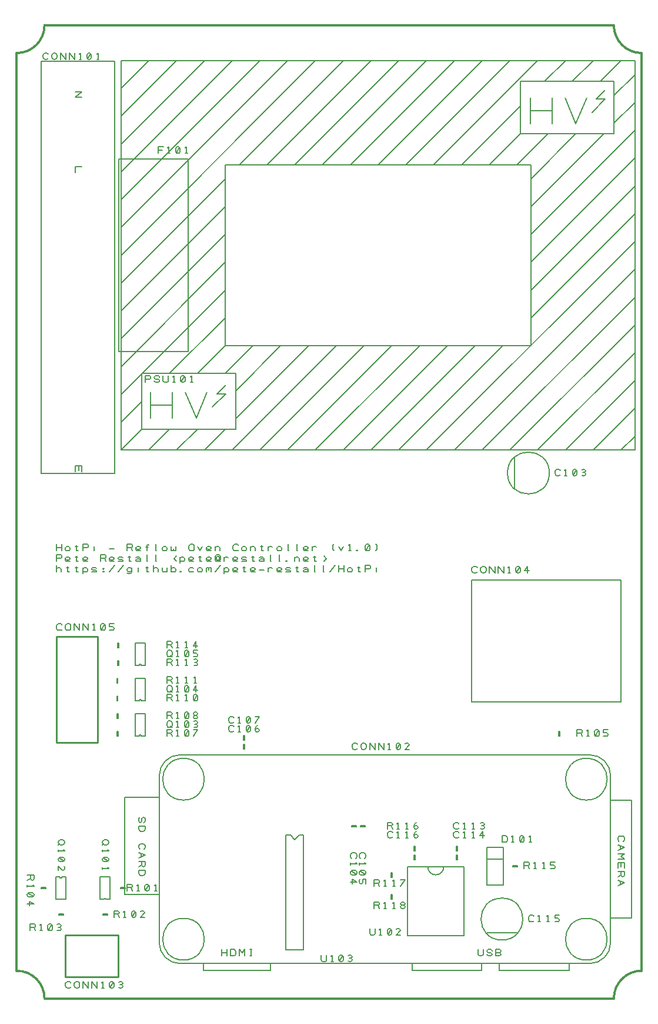
<source format=gbr>
G04 EasyPC Gerber Version 20.0.2 Build 4112 *
%FSLAX35Y35*%
%MOIN*%
%ADD10C,0.00500*%
%ADD125C,0.00787*%
%ADD12C,0.01000*%
%ADD109C,0.01200*%
X0Y0D02*
D02*
D10*
X6585Y70600D02*
X10335D01*
Y68413*
X10023Y67787*
X9398Y67475*
X8773Y67787*
X8461Y68413*
Y70600*
Y68413D02*
X6585Y67475D01*
Y64975D02*
Y63725D01*
Y64350D02*
X10335D01*
X9711Y64975*
X6898Y60287D02*
X6585Y59663D01*
Y59037*
X6898Y58413*
X7523Y58100*
X9398*
X10023Y58413*
X10335Y59037*
Y59663*
X10023Y60287*
X9398Y60600*
X7523*
X6898Y60287*
X10023Y58413*
X6585Y54037D02*
X10335D01*
X7835Y55600*
Y53100*
X8148Y39037D02*
Y42787D01*
X10335*
X10961Y42475*
X11273Y41850*
X10961Y41225*
X10335Y40913*
X8148*
X10335D02*
X11273Y39037D01*
X13773D02*
X15023D01*
X14398D02*
Y42787D01*
X13773Y42163*
X18461Y39350D02*
X19085Y39037D01*
X19711*
X20335Y39350*
X20648Y39975*
Y41850*
X20335Y42475*
X19711Y42787*
X19085*
X18461Y42475*
X18148Y41850*
Y39975*
X18461Y39350*
X20335Y42475*
X23461Y39350D02*
X24085Y39037D01*
X24711*
X25335Y39350*
X25648Y39975*
X25335Y40600*
X24711Y40913*
X24085*
X24711D02*
X25335Y41225D01*
X25648Y41850*
X25335Y42475*
X24711Y42787*
X24085*
X23461Y42475*
X14348Y63400D02*
X16948D01*
Y62800*
X14348*
Y63400*
G36*
X16948*
Y62800*
X14348*
Y63400*
G37*
X18498Y532812D02*
X18185Y532500D01*
X17560Y532187*
X16622*
X15998Y532500*
X15685Y532812*
X15372Y533437*
Y534687*
X15685Y535312*
X15998Y535625*
X16622Y535937*
X17560*
X18185Y535625*
X18498Y535312*
X20372Y533437D02*
Y534687D01*
X20685Y535312*
X20998Y535625*
X21622Y535937*
X22248*
X22872Y535625*
X23185Y535312*
X23498Y534687*
Y533437*
X23185Y532812*
X22872Y532500*
X22248Y532187*
X21622*
X20998Y532500*
X20685Y532812*
X20372Y533437*
X25372Y532187D02*
Y535937D01*
X28498Y532187*
Y535937*
X30372Y532187D02*
Y535937D01*
X33498Y532187*
Y535937*
X35998Y532187D02*
X37248D01*
X36622D02*
Y535937D01*
X35998Y535312*
X40685Y532500D02*
X41310Y532187D01*
X41935*
X42560Y532500*
X42872Y533125*
Y535000*
X42560Y535625*
X41935Y535937*
X41310*
X40685Y535625*
X40372Y535000*
Y533125*
X40685Y532500*
X42560Y535625*
X45998Y532187D02*
X47248D01*
X46622D02*
Y535937D01*
X45998Y535312*
X25335Y90600D02*
X26585D01*
X27211Y90287*
X27523Y89975*
X27835Y89350*
Y88725*
X27523Y88100*
X27211Y87787*
X26585Y87475*
X25335*
X24711Y87787*
X24398Y88100*
X24085Y88725*
Y89350*
X24398Y89975*
X24711Y90287*
X25335Y90600*
X25023Y88413D02*
X24085Y87475D01*
Y84975D02*
Y83725D01*
Y84350D02*
X27835D01*
X27211Y84975*
X24398Y80287D02*
X24085Y79663D01*
Y79037*
X24398Y78413*
X25023Y78100*
X26898*
X27523Y78413*
X27835Y79037*
Y79663*
X27523Y80287*
X26898Y80600*
X25023*
X24398Y80287*
X27523Y78413*
X24085Y73100D02*
Y75600D01*
X26273Y73413*
X26898Y73100*
X27523Y73413*
X27835Y74037*
Y74975*
X27523Y75600*
X26273Y209663D02*
X25961Y209350D01*
X25335Y209037*
X24398*
X23773Y209350*
X23461Y209663*
X23148Y210287*
Y211537*
X23461Y212163*
X23773Y212475*
X24398Y212787*
X25335*
X25961Y212475*
X26273Y212163*
X28148Y210287D02*
Y211537D01*
X28461Y212163*
X28773Y212475*
X29398Y212787*
X30023*
X30648Y212475*
X30961Y212163*
X31273Y211537*
Y210287*
X30961Y209663*
X30648Y209350*
X30023Y209037*
X29398*
X28773Y209350*
X28461Y209663*
X28148Y210287*
X33148Y209037D02*
Y212787D01*
X36273Y209037*
Y212787*
X38148Y209037D02*
Y212787D01*
X41273Y209037*
Y212787*
X43773Y209037D02*
X45023D01*
X44398D02*
Y212787D01*
X43773Y212163*
X48461Y209350D02*
X49085Y209037D01*
X49711*
X50335Y209350*
X50648Y209975*
Y211850*
X50335Y212475*
X49711Y212787*
X49085*
X48461Y212475*
X48148Y211850*
Y209975*
X48461Y209350*
X50335Y212475*
X53148Y209350D02*
X53773Y209037D01*
X54711*
X55335Y209350*
X55648Y209975*
Y210287*
X55335Y210913*
X54711Y211225*
X53148*
Y212787*
X55648*
X23148Y254037D02*
Y257787D01*
Y255913D02*
X26273D01*
Y254037D02*
Y257787D01*
X28148Y254975D02*
X28461Y254350D01*
X29085Y254037*
X29711*
X30335Y254350*
X30648Y254975*
Y255600*
X30335Y256225*
X29711Y256537*
X29085*
X28461Y256225*
X28148Y255600*
Y254975*
X33773Y256537D02*
X35023D01*
X34398Y257163D02*
Y254350D01*
X34711Y254037*
X35023*
X35335Y254350*
X38148Y254037D02*
Y257787D01*
X40335*
X40961Y257475*
X41273Y256850*
X40961Y256225*
X40335Y255913*
X38148*
X44398Y254037D02*
Y256537D01*
Y257475D02*
X53148Y255287*
X55648D01*
X63148Y254037D02*
Y257787D01*
X65335*
X65961Y257475*
X66273Y256850*
X65961Y256225*
X65335Y255913*
X63148*
X65335D02*
X66273Y254037D01*
X70648Y254350D02*
X70335Y254037D01*
X69711*
X69085*
X68461Y254350*
X68148Y254975*
Y255913*
X68461Y256225*
X69085Y256537*
X69711*
X70335Y256225*
X70648Y255913*
Y255600*
X70335Y255287*
X69711Y254975*
X69085*
X68461Y255287*
X68148Y255600*
X74398Y254037D02*
Y257163D01*
X74711Y257475*
X75023*
X75335Y257163*
X73773Y256225D02*
X75023D01*
X79711Y254037D02*
X79398D01*
Y257787*
X83148Y254975D02*
X83461Y254350D01*
X84085Y254037*
X84711*
X85335Y254350*
X85648Y254975*
Y255600*
X85335Y256225*
X84711Y256537*
X84085*
X83461Y256225*
X83148Y255600*
Y254975*
X88148Y256537D02*
Y254350D01*
X88461Y254037*
X89085*
X89398Y254350*
Y255287*
Y254350D02*
X89711Y254037D01*
X90335*
X90648Y254350*
Y256537*
X98148Y255287D02*
Y256537D01*
X98461Y257163*
X98773Y257475*
X99398Y257787*
X100023*
X100648Y257475*
X100961Y257163*
X101273Y256537*
Y255287*
X100961Y254663*
X100648Y254350*
X100023Y254037*
X99398*
X98773Y254350*
X98461Y254663*
X98148Y255287*
X103148Y256537D02*
X104398Y254037D01*
X105648Y256537*
X110648Y254350D02*
X110335Y254037D01*
X109711*
X109085*
X108461Y254350*
X108148Y254975*
Y255913*
X108461Y256225*
X109085Y256537*
X109711*
X110335Y256225*
X110648Y255913*
Y255600*
X110335Y255287*
X109711Y254975*
X109085*
X108461Y255287*
X108148Y255600*
X113148Y254037D02*
Y256537D01*
Y255600D02*
X113461Y256225D01*
X114085Y256537*
X114711*
X115335Y256225*
X115648Y255600*
Y254037*
X126273Y254663D02*
X125961Y254350D01*
X125335Y254037*
X124398*
X123773Y254350*
X123461Y254663*
X123148Y255287*
Y256537*
X123461Y257163*
X123773Y257475*
X124398Y257787*
X125335*
X125961Y257475*
X126273Y257163*
X128148Y254975D02*
X128461Y254350D01*
X129085Y254037*
X129711*
X130335Y254350*
X130648Y254975*
Y255600*
X130335Y256225*
X129711Y256537*
X129085*
X128461Y256225*
X128148Y255600*
Y254975*
X133148Y254037D02*
Y256537D01*
Y255600D02*
X133461Y256225D01*
X134085Y256537*
X134711*
X135335Y256225*
X135648Y255600*
Y254037*
X138773Y256537D02*
X140023D01*
X139398Y257163D02*
Y254350D01*
X139711Y254037*
X140023*
X140335Y254350*
X143148Y254037D02*
Y256537D01*
Y255600D02*
X143461Y256225D01*
X144085Y256537*
X144711*
X145335Y256225*
X148148Y254975D02*
X148461Y254350D01*
X149085Y254037*
X149711*
X150335Y254350*
X150648Y254975*
Y255600*
X150335Y256225*
X149711Y256537*
X149085*
X148461Y256225*
X148148Y255600*
Y254975*
X154711Y254037D02*
X154398D01*
Y257787*
X159711Y254037D02*
X159398D01*
Y257787*
X165648Y254350D02*
X165335Y254037D01*
X164711*
X164085*
X163461Y254350*
X163148Y254975*
Y255913*
X163461Y256225*
X164085Y256537*
X164711*
X165335Y256225*
X165648Y255913*
Y255600*
X165335Y255287*
X164711Y254975*
X164085*
X163461Y255287*
X163148Y255600*
X168148Y254037D02*
Y256537D01*
Y255600D02*
X168461Y256225D01*
X169085Y256537*
X169711*
X170335Y256225*
X180335Y254037D02*
X179711Y254975D01*
Y257163*
X180335Y257787*
X183148Y256537D02*
X184398Y254037D01*
X185648Y256537*
X188773Y254037D02*
X190023D01*
X189398D02*
Y257787D01*
X188773Y257163*
X193461Y254037D02*
X193773Y254350D01*
X193461Y254663*
X193148Y254350*
X193461Y254037*
X198461Y254350D02*
X199085Y254037D01*
X199711*
X200335Y254350*
X200648Y254975*
Y256850*
X200335Y257475*
X199711Y257787*
X199085*
X198461Y257475*
X198148Y256850*
Y254975*
X198461Y254350*
X200335Y257475*
X204085Y254037D02*
X204711Y254975D01*
Y257163*
X204085Y257787*
X23148Y248037D02*
Y251787D01*
X25335*
X25961Y251475*
X26273Y250850*
X25961Y250225*
X25335Y249913*
X23148*
X30648Y248350D02*
X30335Y248037D01*
X29711*
X29085*
X28461Y248350*
X28148Y248975*
Y249913*
X28461Y250225*
X29085Y250537*
X29711*
X30335Y250225*
X30648Y249913*
Y249600*
X30335Y249287*
X29711Y248975*
X29085*
X28461Y249287*
X28148Y249600*
X33773Y250537D02*
X35023D01*
X34398Y251163D02*
Y248350D01*
X34711Y248037*
X35023*
X35335Y248350*
X40648D02*
X40335Y248037D01*
X39711*
X39085*
X38461Y248350*
X38148Y248975*
Y249913*
X38461Y250225*
X39085Y250537*
X39711*
X40335Y250225*
X40648Y249913*
Y249600*
X40335Y249287*
X39711Y248975*
X39085*
X38461Y249287*
X38148Y249600*
X48148Y248037D02*
Y251787D01*
X50335*
X50961Y251475*
X51273Y250850*
X50961Y250225*
X50335Y249913*
X48148*
X50335D02*
X51273Y248037D01*
X55648Y248350D02*
X55335Y248037D01*
X54711*
X54085*
X53461Y248350*
X53148Y248975*
Y249913*
X53461Y250225*
X54085Y250537*
X54711*
X55335Y250225*
X55648Y249913*
Y249600*
X55335Y249287*
X54711Y248975*
X54085*
X53461Y249287*
X53148Y249600*
X58148Y248350D02*
X58773Y248037D01*
X60023*
X60648Y248350*
Y248975*
X60023Y249287*
X58773*
X58148Y249600*
Y250225*
X58773Y250537*
X60023*
X60648Y250225*
X63773Y250537D02*
X65023D01*
X64398Y251163D02*
Y248350D01*
X64711Y248037*
X65023*
X65335Y248350*
X68148Y250225D02*
X68773Y250537D01*
X69711*
X70335Y250225*
X70648Y249600*
Y248663*
X70335Y248350*
X69711Y248037*
X69085*
X68461Y248350*
X68148Y248663*
Y248975*
X68461Y249287*
X69085Y249600*
X69711*
X70335Y249287*
X70648Y248975*
Y248663D02*
Y248037D01*
X74711D02*
X74398D01*
Y251787*
X79711Y248037D02*
X79398D01*
Y251787*
X91273Y248037D02*
X89711Y249600D01*
X91273Y251163*
X93148Y250537D02*
Y247100D01*
Y248975D02*
X93461Y248350D01*
X94085Y248037*
X94711*
X95335Y248350*
X95648Y248975*
Y249600*
X95335Y250225*
X94711Y250537*
X94085*
X93461Y250225*
X93148Y249600*
Y248975*
X100648Y248350D02*
X100335Y248037D01*
X99711*
X99085*
X98461Y248350*
X98148Y248975*
Y249913*
X98461Y250225*
X99085Y250537*
X99711*
X100335Y250225*
X100648Y249913*
Y249600*
X100335Y249287*
X99711Y248975*
X99085*
X98461Y249287*
X98148Y249600*
X103773Y250537D02*
X105023D01*
X104398Y251163D02*
Y248350D01*
X104711Y248037*
X105023*
X105335Y248350*
X110648D02*
X110335Y248037D01*
X109711*
X109085*
X108461Y248350*
X108148Y248975*
Y249913*
X108461Y250225*
X109085Y250537*
X109711*
X110335Y250225*
X110648Y249913*
Y249600*
X110335Y249287*
X109711Y248975*
X109085*
X108461Y249287*
X108148Y249600*
X115961Y248350D02*
X115335Y248037D01*
X114085*
X113461Y248350*
X113148Y248975*
Y250850*
X113461Y251475*
X114085Y251787*
X115023*
X115648Y251475*
X115961Y250850*
Y249287*
X115648Y248975*
X115335Y249287*
Y250537*
X115023Y250850*
X114085*
X113773Y250537*
Y249287*
X114085Y248975*
X115023*
X115335Y249287*
X118148Y248037D02*
Y250537D01*
Y249600D02*
X118461Y250225D01*
X119085Y250537*
X119711*
X120335Y250225*
X125648Y248350D02*
X125335Y248037D01*
X124711*
X124085*
X123461Y248350*
X123148Y248975*
Y249913*
X123461Y250225*
X124085Y250537*
X124711*
X125335Y250225*
X125648Y249913*
Y249600*
X125335Y249287*
X124711Y248975*
X124085*
X123461Y249287*
X123148Y249600*
X128148Y248350D02*
X128773Y248037D01*
X130023*
X130648Y248350*
Y248975*
X130023Y249287*
X128773*
X128148Y249600*
Y250225*
X128773Y250537*
X130023*
X130648Y250225*
X133773Y250537D02*
X135023D01*
X134398Y251163D02*
Y248350D01*
X134711Y248037*
X135023*
X135335Y248350*
X138148Y250225D02*
X138773Y250537D01*
X139711*
X140335Y250225*
X140648Y249600*
Y248663*
X140335Y248350*
X139711Y248037*
X139085*
X138461Y248350*
X138148Y248663*
Y248975*
X138461Y249287*
X139085Y249600*
X139711*
X140335Y249287*
X140648Y248975*
Y248663D02*
Y248037D01*
X144711D02*
X144398D01*
Y251787*
X149711Y248037D02*
X149398D01*
Y251787*
X153461Y248037D02*
X153773Y248350D01*
X153461Y248663*
X153148Y248350*
X153461Y248037*
X158148D02*
Y250537D01*
Y249600D02*
X158461Y250225D01*
X159085Y250537*
X159711*
X160335Y250225*
X160648Y249600*
Y248037*
X165648Y248350D02*
X165335Y248037D01*
X164711*
X164085*
X163461Y248350*
X163148Y248975*
Y249913*
X163461Y250225*
X164085Y250537*
X164711*
X165335Y250225*
X165648Y249913*
Y249600*
X165335Y249287*
X164711Y248975*
X164085*
X163461Y249287*
X163148Y249600*
X168773Y250537D02*
X170023D01*
X169398Y251163D02*
Y248350D01*
X169711Y248037*
X170023*
X170335Y248350*
X174711Y248037D02*
X176273Y249600D01*
X174711Y251163*
X23148Y242037D02*
Y245787D01*
Y243600D02*
X23461Y244225D01*
X24085Y244537*
X24711*
X25335Y244225*
X25648Y243600*
Y242037*
X28773Y244537D02*
X30023D01*
X29398Y245163D02*
Y242350D01*
X29711Y242037*
X30023*
X30335Y242350*
X33773Y244537D02*
X35023D01*
X34398Y245163D02*
Y242350D01*
X34711Y242037*
X35023*
X35335Y242350*
X38148Y244537D02*
Y241100D01*
Y242975D02*
X38461Y242350D01*
X39085Y242037*
X39711*
X40335Y242350*
X40648Y242975*
Y243600*
X40335Y244225*
X39711Y244537*
X39085*
X38461Y244225*
X38148Y243600*
Y242975*
X43148Y242350D02*
X43773Y242037D01*
X45023*
X45648Y242350*
Y242975*
X45023Y243287*
X43773*
X43148Y243600*
Y244225*
X43773Y244537*
X45023*
X45648Y244225*
X49711Y242037D02*
X50023Y242350D01*
X49711Y242663*
X49398Y242350*
X49711Y242037*
Y243600D02*
X50023Y243913D01*
X49711Y244225*
X49398Y243913*
X49711Y243600*
X53148Y242037D02*
X56273Y245787D01*
X58148Y242037D02*
X61273Y245787D01*
X65648Y243600D02*
X65335Y244225D01*
X64711Y244537*
X64085*
X63461Y244225*
X63148Y243600*
Y243287*
X63461Y242663*
X64085Y242350*
X64711*
X65335Y242663*
X65648Y243287*
Y244537D02*
Y242037D01*
X65335Y241413*
X64711Y241100*
X63773*
X63148Y241413*
X69398Y242037D02*
Y244537D01*
Y245475D02*
X73773Y244537*
X75023D01*
X74398Y245163D02*
Y242350D01*
X74711Y242037*
X75023*
X75335Y242350*
X78148Y242037D02*
Y245787D01*
Y243600D02*
X78461Y244225D01*
X79085Y244537*
X79711*
X80335Y244225*
X80648Y243600*
Y242037*
X83148Y244537D02*
Y242975D01*
X83461Y242350*
X84085Y242037*
X84711*
X85335Y242350*
X85648Y242975*
Y244537D02*
Y242037D01*
X88148Y242975D02*
X88461Y242350D01*
X89085Y242037*
X89711*
X90335Y242350*
X90648Y242975*
Y243600*
X90335Y244225*
X89711Y244537*
X89085*
X88461Y244225*
X88148Y243600*
Y242037D02*
Y245787D01*
X93461Y242037D02*
X93773Y242350D01*
X93461Y242663*
X93148Y242350*
X93461Y242037*
X100648Y244225D02*
X100023Y244537D01*
X99085*
X98461Y244225*
X98148Y243600*
Y242975*
X98461Y242350*
X99085Y242037*
X100023*
X100648Y242350*
X103148Y242975D02*
X103461Y242350D01*
X104085Y242037*
X104711*
X105335Y242350*
X105648Y242975*
Y243600*
X105335Y244225*
X104711Y244537*
X104085*
X103461Y244225*
X103148Y243600*
Y242975*
X108148Y242037D02*
Y244537D01*
Y244225D02*
X108461Y244537D01*
X109085*
X109398Y244225*
Y243287*
Y244225D02*
X109711Y244537D01*
X110335*
X110648Y244225*
Y242037*
X113148D02*
X116273Y245787D01*
X118148Y244537D02*
Y241100D01*
Y242975D02*
X118461Y242350D01*
X119085Y242037*
X119711*
X120335Y242350*
X120648Y242975*
Y243600*
X120335Y244225*
X119711Y244537*
X119085*
X118461Y244225*
X118148Y243600*
Y242975*
X125648Y242350D02*
X125335Y242037D01*
X124711*
X124085*
X123461Y242350*
X123148Y242975*
Y243913*
X123461Y244225*
X124085Y244537*
X124711*
X125335Y244225*
X125648Y243913*
Y243600*
X125335Y243287*
X124711Y242975*
X124085*
X123461Y243287*
X123148Y243600*
X128773Y244537D02*
X130023D01*
X129398Y245163D02*
Y242350D01*
X129711Y242037*
X130023*
X130335Y242350*
X135648D02*
X135335Y242037D01*
X134711*
X134085*
X133461Y242350*
X133148Y242975*
Y243913*
X133461Y244225*
X134085Y244537*
X134711*
X135335Y244225*
X135648Y243913*
Y243600*
X135335Y243287*
X134711Y242975*
X134085*
X133461Y243287*
X133148Y243600*
X138148Y243287D02*
X140648D01*
X143148Y242037D02*
Y244537D01*
Y243600D02*
X143461Y244225D01*
X144085Y244537*
X144711*
X145335Y244225*
X150648Y242350D02*
X150335Y242037D01*
X149711*
X149085*
X148461Y242350*
X148148Y242975*
Y243913*
X148461Y244225*
X149085Y244537*
X149711*
X150335Y244225*
X150648Y243913*
Y243600*
X150335Y243287*
X149711Y242975*
X149085*
X148461Y243287*
X148148Y243600*
X153148Y242350D02*
X153773Y242037D01*
X155023*
X155648Y242350*
Y242975*
X155023Y243287*
X153773*
X153148Y243600*
Y244225*
X153773Y244537*
X155023*
X155648Y244225*
X158773Y244537D02*
X160023D01*
X159398Y245163D02*
Y242350D01*
X159711Y242037*
X160023*
X160335Y242350*
X163148Y244225D02*
X163773Y244537D01*
X164711*
X165335Y244225*
X165648Y243600*
Y242663*
X165335Y242350*
X164711Y242037*
X164085*
X163461Y242350*
X163148Y242663*
Y242975*
X163461Y243287*
X164085Y243600*
X164711*
X165335Y243287*
X165648Y242975*
Y242663D02*
Y242037D01*
X169711D02*
X169398D01*
Y245787*
X174711Y242037D02*
X174398D01*
Y245787*
X178148Y242037D02*
X181273Y245787D01*
X183148Y242037D02*
Y245787D01*
Y243913D02*
X186273D01*
Y242037D02*
Y245787D01*
X188148Y242975D02*
X188461Y242350D01*
X189085Y242037*
X189711*
X190335Y242350*
X190648Y242975*
Y243600*
X190335Y244225*
X189711Y244537*
X189085*
X188461Y244225*
X188148Y243600*
Y242975*
X193773Y244537D02*
X195023D01*
X194398Y245163D02*
Y242350D01*
X194711Y242037*
X195023*
X195335Y242350*
X198148Y242037D02*
Y245787D01*
X200335*
X200961Y245475*
X201273Y244850*
X200961Y244225*
X200335Y243913*
X198148*
X204398Y242037D02*
Y244537D01*
Y245475D02*
X26948Y47800*
X24348D01*
Y48400*
X26948*
Y47800*
G36*
X24348*
Y48400*
X26948*
Y47800*
G37*
X31273Y7163D02*
X30961Y6850D01*
X30335Y6537*
X29398*
X28773Y6850*
X28461Y7163*
X28148Y7787*
Y9037*
X28461Y9663*
X28773Y9975*
X29398Y10287*
X30335*
X30961Y9975*
X31273Y9663*
X33148Y7787D02*
Y9037D01*
X33461Y9663*
X33773Y9975*
X34398Y10287*
X35023*
X35648Y9975*
X35961Y9663*
X36273Y9037*
Y7787*
X35961Y7163*
X35648Y6850*
X35023Y6537*
X34398*
X33773Y6850*
X33461Y7163*
X33148Y7787*
X38148Y6537D02*
Y10287D01*
X41273Y6537*
Y10287*
X43148Y6537D02*
Y10287D01*
X46273Y6537*
Y10287*
X48773Y6537D02*
X50023D01*
X49398D02*
Y10287D01*
X48773Y9663*
X53461Y6850D02*
X54085Y6537D01*
X54711*
X55335Y6850*
X55648Y7475*
Y9350*
X55335Y9975*
X54711Y10287*
X54085*
X53461Y9975*
X53148Y9350*
Y7475*
X53461Y6850*
X55335Y9975*
X58461Y6850D02*
X59085Y6537D01*
X59711*
X60335Y6850*
X60648Y7475*
X60335Y8100*
X59711Y8413*
X59085*
X59711D02*
X60335Y8725D01*
X60648Y9350*
X60335Y9975*
X59711Y10287*
X59085*
X58461Y9975*
X28597Y69415D02*
Y56785D01*
X22699*
Y69415*
X25156*
Y68923*
X26140*
Y69415*
X28597*
X33751Y302092D02*
X37501D01*
Y298967*
X35626Y299592D02*
Y302092D01*
X33751D02*
Y298967D01*
X37501Y471387D02*
X33751D01*
Y468262*
Y513907D02*
X37501D01*
X33751Y510782*
X37501*
X47699Y56785D02*
Y69415D01*
X53597*
Y56785*
X51140*
Y57277*
X50156*
Y56785*
X47699*
X50335Y90600D02*
X51585D01*
X52211Y90287*
X52523Y89975*
X52835Y89350*
Y88725*
X52523Y88100*
X52211Y87787*
X51585Y87475*
X50335*
X49711Y87787*
X49398Y88100*
X49085Y88725*
Y89350*
X49398Y89975*
X49711Y90287*
X50335Y90600*
X50023Y88413D02*
X49085Y87475D01*
Y84975D02*
Y83725D01*
Y84350D02*
X52835D01*
X52211Y84975*
X49398Y80287D02*
X49085Y79663D01*
Y79037*
X49398Y78413*
X50023Y78100*
X51898*
X52523Y78413*
X52835Y79037*
Y79663*
X52523Y80287*
X51898Y80600*
X50023*
X49398Y80287*
X52523Y78413*
X49085Y74975D02*
Y73725D01*
Y74350D02*
X52835D01*
X52211Y74975*
X51948Y47800D02*
X49348D01*
Y48400*
X51948*
Y47800*
G36*
X49348*
Y48400*
X51948*
Y47800*
G37*
X55648Y46537D02*
Y50287D01*
X57835*
X58461Y49975*
X58773Y49350*
X58461Y48725*
X57835Y48413*
X55648*
X57835D02*
X58773Y46537D01*
X61273D02*
X62523D01*
X61898D02*
Y50287D01*
X61273Y49663*
X65961Y46850D02*
X66585Y46537D01*
X67211*
X67835Y46850*
X68148Y47475*
Y49350*
X67835Y49975*
X67211Y50287*
X66585*
X65961Y49975*
X65648Y49350*
Y47475*
X65961Y46850*
X67835Y49975*
X73148Y46537D02*
X70648D01*
X72835Y48725*
X73148Y49350*
X72835Y49975*
X72211Y50287*
X71273*
X70648Y49975*
X56199Y531250D02*
Y297781D01*
X14546*
Y531250*
X56199*
X57313Y169300D02*
Y171900D01*
X57913*
Y169300*
X57313*
G36*
Y171900*
X57913*
Y169300*
X57313*
G37*
Y179300D02*
Y181900D01*
X57913*
Y179300*
X57313*
G36*
Y181900*
X57913*
Y179300*
X57313*
G37*
X57596Y149300D02*
Y151900D01*
X58196*
Y149300*
X57596*
G36*
Y151900*
X58196*
Y149300*
X57596*
G37*
Y159300D02*
Y161900D01*
X58196*
Y159300*
X57596*
G36*
Y161900*
X58196*
Y159300*
X57596*
G37*
X57744Y189300D02*
Y191900D01*
X58344*
Y189300*
X57744*
G36*
Y191900*
X58344*
Y189300*
X57744*
G37*
Y199300D02*
Y201900D01*
X58344*
Y199300*
X57744*
G36*
Y201900*
X58344*
Y199300*
X57744*
G37*
X58463Y475879D02*
Y366721D01*
X97833*
Y475879*
X58463*
X59703Y311072D02*
X71514Y322883D01*
X59703Y326820D02*
X71514Y338631D01*
X59703Y342568D02*
X118758Y401623D01*
X59703Y358316D02*
X118758Y417371D01*
X59703Y374064D02*
X118758Y433119D01*
X59703Y389812D02*
X118758Y448867D01*
X59703Y405560D02*
X118758Y464615D01*
X59703Y421308D02*
X169939Y531544D01*
X59703Y437056D02*
X154191Y531544D01*
X59703Y452804D02*
X138443Y531544D01*
X59703Y468552D02*
X122695Y531544D01*
X59703Y484300D02*
X106947Y531544D01*
X59703Y500048D02*
X91199Y531544D01*
X59703Y515796D02*
X75451Y531544D01*
X59703D02*
X351042D01*
Y311072*
X59703*
Y531544*
X61672Y114537D02*
X81357D01*
Y59419*
X61672*
Y114537*
X61948Y62800D02*
X59348D01*
Y63400*
X61948*
Y62800*
G36*
X59348*
Y63400*
X61948*
Y62800*
G37*
X63148Y61537D02*
Y65287D01*
X65335*
X65961Y64975*
X66273Y64350*
X65961Y63725*
X65335Y63413*
X63148*
X65335D02*
X66273Y61537D01*
X68773D02*
X70023D01*
X69398D02*
Y65287D01*
X68773Y64663*
X73461Y61850D02*
X74085Y61537D01*
X74711*
X75335Y61850*
X75648Y62475*
Y64350*
X75335Y64975*
X74711Y65287*
X74085*
X73461Y64975*
X73148Y64350*
Y62475*
X73461Y61850*
X75335Y64975*
X78773Y61537D02*
X80023D01*
X79398D02*
Y65287D01*
X78773Y64663*
X67699Y149285D02*
Y161915D01*
X73597*
Y149285*
X71140*
Y149777*
X70156*
Y149285*
X67699*
Y169285D02*
Y181915D01*
X73597*
Y169285*
X71140*
Y169777*
X70156*
Y169285*
X67699*
Y189285D02*
Y201915D01*
X73597*
Y189285*
X71140*
Y189777*
X70156*
Y189285*
X67699*
X70594Y103317D02*
X69969Y103004D01*
X69656Y102379*
Y101129*
X69969Y100504*
X70594Y100191*
X71219Y100504*
X71531Y101129*
Y102379*
X71844Y103004*
X72469Y103317*
X73094Y103004*
X73406Y102379*
Y101129*
X73094Y100504*
X72469Y100191*
X69656Y98317D02*
X73406D01*
Y96441*
X73094Y95817*
X72781Y95504*
X72156Y95191*
X70906*
X70281Y95504*
X69969Y95817*
X69656Y96441*
Y98317*
X70281Y85191D02*
X69969Y85504D01*
X69656Y86129*
Y87067*
X69969Y87691*
X70281Y88004*
X70906Y88317*
X72156*
X72781Y88004*
X73094Y87691*
X73406Y87067*
Y86129*
X73094Y85504*
X72781Y85191*
X69656Y83317D02*
X73406Y81754D01*
X69656Y80191*
X71219Y82691D02*
Y80817D01*
X69656Y78317D02*
X73406D01*
Y76129*
X73094Y75504*
X72469Y75191*
X71844Y75504*
X71531Y76129*
Y78317*
Y76129D02*
X69656Y75191D01*
Y73317D02*
X73406D01*
Y71441*
X73094Y70817*
X72781Y70504*
X72156Y70191*
X70906*
X70281Y70504*
X69969Y70817*
X69656Y71441*
Y73317*
X71514Y322883D02*
X124664D01*
Y354379*
X71514*
Y322883*
X73483Y349411D02*
Y353161D01*
X75670*
X76295Y352849*
X76608Y352224*
X76295Y351599*
X75670Y351286*
X73483*
X78483Y350349D02*
X78795Y349724D01*
X79420Y349411*
X80670*
X81295Y349724*
X81608Y350349*
X81295Y350974*
X80670Y351286*
X79420*
X78795Y351599*
X78483Y352224*
X78795Y352849*
X79420Y353161*
X80670*
X81295Y352849*
X81608Y352224*
X83483Y353161D02*
Y350349D01*
X83795Y349724*
X84420Y349411*
X85670*
X86295Y349724*
X86608Y350349*
Y353161*
X89108Y349411D02*
X90358D01*
X89733D02*
Y353161D01*
X89108Y352536*
X93795Y349724D02*
X94420Y349411D01*
X95045*
X95670Y349724*
X95983Y350349*
Y352224*
X95670Y352849*
X95045Y353161*
X94420*
X93795Y352849*
X93483Y352224*
Y350349*
X93795Y349724*
X95670Y352849*
X99108Y349411D02*
X100358D01*
X99733D02*
Y353161D01*
X99108Y352536*
X75451Y311072D02*
X87262Y322883D01*
X80648Y479037D02*
Y482787D01*
X83773*
X83148Y480913D02*
X80648D01*
X86273Y479037D02*
X87523D01*
X86898D02*
Y482787D01*
X86273Y482163*
X90961Y479350D02*
X91585Y479037D01*
X92211*
X92835Y479350*
X93148Y479975*
Y481850*
X92835Y482475*
X92211Y482787*
X91585*
X90961Y482475*
X90648Y481850*
Y479975*
X90961Y479350*
X92835Y482475*
X96273Y479037D02*
X97523D01*
X96898D02*
Y482787D01*
X96273Y482163*
X85648Y149037D02*
Y152787D01*
X87835*
X88461Y152475*
X88773Y151850*
X88461Y151225*
X87835Y150913*
X85648*
X87835D02*
X88773Y149037D01*
X91273D02*
X92523D01*
X91898D02*
Y152787D01*
X91273Y152163*
X95961Y149350D02*
X96585Y149037D01*
X97211*
X97835Y149350*
X98148Y149975*
Y151850*
X97835Y152475*
X97211Y152787*
X96585*
X95961Y152475*
X95648Y151850*
Y149975*
X95961Y149350*
X97835Y152475*
X100648Y149037D02*
X103148Y152787D01*
X100648*
X85648Y155287D02*
Y156537D01*
X85961Y157163*
X86273Y157475*
X86898Y157787*
X87523*
X88148Y157475*
X88461Y157163*
X88773Y156537*
Y155287*
X88461Y154663*
X88148Y154350*
X87523Y154037*
X86898*
X86273Y154350*
X85961Y154663*
X85648Y155287*
X87835Y154975D02*
X88773Y154037D01*
X91273D02*
X92523D01*
X91898D02*
Y157787D01*
X91273Y157163*
X95961Y154350D02*
X96585Y154037D01*
X97211*
X97835Y154350*
X98148Y154975*
Y156850*
X97835Y157475*
X97211Y157787*
X96585*
X95961Y157475*
X95648Y156850*
Y154975*
X95961Y154350*
X97835Y157475*
X100961Y154350D02*
X101585Y154037D01*
X102211*
X102835Y154350*
X103148Y154975*
X102835Y155600*
X102211Y155913*
X101585*
X102211D02*
X102835Y156225D01*
X103148Y156850*
X102835Y157475*
X102211Y157787*
X101585*
X100961Y157475*
X85648Y159037D02*
Y162787D01*
X87835*
X88461Y162475*
X88773Y161850*
X88461Y161225*
X87835Y160913*
X85648*
X87835D02*
X88773Y159037D01*
X91273D02*
X92523D01*
X91898D02*
Y162787D01*
X91273Y162163*
X95961Y159350D02*
X96585Y159037D01*
X97211*
X97835Y159350*
X98148Y159975*
Y161850*
X97835Y162475*
X97211Y162787*
X96585*
X95961Y162475*
X95648Y161850*
Y159975*
X95961Y159350*
X97835Y162475*
X101585Y160913D02*
X102211D01*
X102835Y161225*
X103148Y161850*
X102835Y162475*
X102211Y162787*
X101585*
X100961Y162475*
X100648Y161850*
X100961Y161225*
X101585Y160913*
X100961Y160600*
X100648Y159975*
X100961Y159350*
X101585Y159037*
X102211*
X102835Y159350*
X103148Y159975*
X102835Y160600*
X102211Y160913*
X85648Y169037D02*
Y172787D01*
X87835*
X88461Y172475*
X88773Y171850*
X88461Y171225*
X87835Y170913*
X85648*
X87835D02*
X88773Y169037D01*
X91273D02*
X92523D01*
X91898D02*
Y172787D01*
X91273Y172163*
X96273Y169037D02*
X97523D01*
X96898D02*
Y172787D01*
X96273Y172163*
X100961Y169350D02*
X101585Y169037D01*
X102211*
X102835Y169350*
X103148Y169975*
Y171850*
X102835Y172475*
X102211Y172787*
X101585*
X100961Y172475*
X100648Y171850*
Y169975*
X100961Y169350*
X102835Y172475*
X85648Y175287D02*
Y176537D01*
X85961Y177163*
X86273Y177475*
X86898Y177787*
X87523*
X88148Y177475*
X88461Y177163*
X88773Y176537*
Y175287*
X88461Y174663*
X88148Y174350*
X87523Y174037*
X86898*
X86273Y174350*
X85961Y174663*
X85648Y175287*
X87835Y174975D02*
X88773Y174037D01*
X91273D02*
X92523D01*
X91898D02*
Y177787D01*
X91273Y177163*
X95961Y174350D02*
X96585Y174037D01*
X97211*
X97835Y174350*
X98148Y174975*
Y176850*
X97835Y177475*
X97211Y177787*
X96585*
X95961Y177475*
X95648Y176850*
Y174975*
X95961Y174350*
X97835Y177475*
X102211Y174037D02*
Y177787D01*
X100648Y175287*
X103148*
X85648Y179037D02*
Y182787D01*
X87835*
X88461Y182475*
X88773Y181850*
X88461Y181225*
X87835Y180913*
X85648*
X87835D02*
X88773Y179037D01*
X91273D02*
X92523D01*
X91898D02*
Y182787D01*
X91273Y182163*
X96273Y179037D02*
X97523D01*
X96898D02*
Y182787D01*
X96273Y182163*
X101273Y179037D02*
X102523D01*
X101898D02*
Y182787D01*
X101273Y182163*
X85648Y189037D02*
Y192787D01*
X87835*
X88461Y192475*
X88773Y191850*
X88461Y191225*
X87835Y190913*
X85648*
X87835D02*
X88773Y189037D01*
X91273D02*
X92523D01*
X91898D02*
Y192787D01*
X91273Y192163*
X96273Y189037D02*
X97523D01*
X96898D02*
Y192787D01*
X96273Y192163*
X100961Y189350D02*
X101585Y189037D01*
X102211*
X102835Y189350*
X103148Y189975*
X102835Y190600*
X102211Y190913*
X101585*
X102211D02*
X102835Y191225D01*
X103148Y191850*
X102835Y192475*
X102211Y192787*
X101585*
X100961Y192475*
X85648Y195287D02*
Y196537D01*
X85961Y197163*
X86273Y197475*
X86898Y197787*
X87523*
X88148Y197475*
X88461Y197163*
X88773Y196537*
Y195287*
X88461Y194663*
X88148Y194350*
X87523Y194037*
X86898*
X86273Y194350*
X85961Y194663*
X85648Y195287*
X87835Y194975D02*
X88773Y194037D01*
X91273D02*
X92523D01*
X91898D02*
Y197787D01*
X91273Y197163*
X95961Y194350D02*
X96585Y194037D01*
X97211*
X97835Y194350*
X98148Y194975*
Y196850*
X97835Y197475*
X97211Y197787*
X96585*
X95961Y197475*
X95648Y196850*
Y194975*
X95961Y194350*
X97835Y197475*
X100648Y194350D02*
X101273Y194037D01*
X102211*
X102835Y194350*
X103148Y194975*
Y195287*
X102835Y195913*
X102211Y196225*
X100648*
Y197787*
X103148*
X85648Y199037D02*
Y202787D01*
X87835*
X88461Y202475*
X88773Y201850*
X88461Y201225*
X87835Y200913*
X85648*
X87835D02*
X88773Y199037D01*
X91273D02*
X92523D01*
X91898D02*
Y202787D01*
X91273Y202163*
X96273Y199037D02*
X97523D01*
X96898D02*
Y202787D01*
X96273Y202163*
X102211Y199037D02*
Y202787D01*
X100648Y200287*
X103148*
X91199Y311072D02*
X103010Y322883D01*
X95136Y46033D02*
G75*
G03Y22411J-11811D01*
G01*
G75*
G03Y46033J11811*
G01*
Y136584D02*
G75*
G03Y112962J-11811D01*
G01*
G75*
G03Y136584J11811*
G01*
X106554Y16506D02*
X144349D01*
Y20443*
X106554*
Y16506*
X106947Y311072D02*
X118758Y322883D01*
X116750Y24726D02*
Y28476D01*
Y26602D02*
X119876D01*
Y24726D02*
Y28476D01*
X121750Y24726D02*
Y28476D01*
X123626*
X124250Y28164*
X124563Y27852*
X124876Y27226*
Y25976*
X124563Y25352*
X124250Y25039*
X123626Y24726*
X121750*
X126750D02*
Y28476D01*
X128313Y26602*
X129876Y28476*
Y24726*
X132688D02*
X133938D01*
X133313D02*
Y28476D01*
X132688D02*
X133938D01*
X118758Y370127D02*
X103010Y354379D01*
X118758Y385875D02*
X87262Y354379D01*
X118758Y472489D02*
X291987D01*
Y370127*
X118758*
Y472489*
X119014Y347883D02*
X114014Y342883D01*
X119014*
X111514Y335383*
X123773Y152163D02*
X123461Y151850D01*
X122835Y151537*
X121898*
X121273Y151850*
X120961Y152163*
X120648Y152787*
Y154037*
X120961Y154663*
X121273Y154975*
X121898Y155287*
X122835*
X123461Y154975*
X123773Y154663*
X126273Y151537D02*
X127523D01*
X126898D02*
Y155287D01*
X126273Y154663*
X130961Y151850D02*
X131585Y151537D01*
X132211*
X132835Y151850*
X133148Y152475*
Y154350*
X132835Y154975*
X132211Y155287*
X131585*
X130961Y154975*
X130648Y154350*
Y152475*
X130961Y151850*
X132835Y154975*
X135648Y152475D02*
X135961Y153100D01*
X136585Y153413*
X137211*
X137835Y153100*
X138148Y152475*
X137835Y151850*
X137211Y151537*
X136585*
X135961Y151850*
X135648Y152475*
Y153413*
X135961Y154350*
X136585Y154975*
X137211Y155287*
X123773Y157163D02*
X123461Y156850D01*
X122835Y156537*
X121898*
X121273Y156850*
X120961Y157163*
X120648Y157787*
Y159037*
X120961Y159663*
X121273Y159975*
X121898Y160287*
X122835*
X123461Y159975*
X123773Y159663*
X126273Y156537D02*
X127523D01*
X126898D02*
Y160287D01*
X126273Y159663*
X130961Y156850D02*
X131585Y156537D01*
X132211*
X132835Y156850*
X133148Y157475*
Y159350*
X132835Y159975*
X132211Y160287*
X131585*
X130961Y159975*
X130648Y159350*
Y157475*
X130961Y156850*
X132835Y159975*
X135648Y156537D02*
X138148Y160287D01*
X135648*
X122695Y311072D02*
X181750Y370127D01*
X126632Y472489D02*
X185687Y531544D01*
X129048Y141800D02*
Y144400D01*
X129648*
Y141800*
X129048*
G36*
Y144400*
X129648*
Y141800*
X129048*
G37*
Y146800D02*
Y149400D01*
X129648*
Y146800*
X129048*
G36*
Y149400*
X129648*
Y146800*
X129048*
G37*
X134506Y370127D02*
X118758Y354379D01*
X138443Y311072D02*
X197498Y370127D01*
X150254D02*
X124664Y344537D01*
X153148Y28100D02*
Y93100D01*
X155648*
X158148Y90600*
X160648Y93100*
X163148*
Y28100*
X153148*
X154191Y311072D02*
X213246Y370127D01*
X166002D02*
X124664Y328789D01*
X169939Y311072D02*
X228994Y370127D01*
X173148Y25287D02*
Y22475D01*
X173461Y21850*
X174085Y21537*
X175335*
X175961Y21850*
X176273Y22475*
Y25287*
X178773Y21537D02*
X180023D01*
X179398D02*
Y25287D01*
X178773Y24663*
X183461Y21850D02*
X184085Y21537D01*
X184711*
X185335Y21850*
X185648Y22475*
Y24350*
X185335Y24975*
X184711Y25287*
X184085*
X183461Y24975*
X183148Y24350*
Y22475*
X183461Y21850*
X185335Y24975*
X188461Y21850D02*
X189085Y21537D01*
X189711*
X190335Y21850*
X190648Y22475*
X190335Y23100*
X189711Y23413*
X189085*
X189711D02*
X190335Y23725D01*
X190648Y24350*
X190335Y24975*
X189711Y25287*
X189085*
X188461Y24975*
X185687Y311072D02*
X244743Y370127D01*
X190311Y79975D02*
X189998Y80287D01*
X189685Y80913*
Y81850*
X189998Y82475*
X190311Y82787*
X190935Y83100*
X192185*
X192811Y82787*
X193123Y82475*
X193435Y81850*
Y80913*
X193123Y80287*
X192811Y79975*
X189685Y77475D02*
Y76225D01*
Y76850D02*
X193435D01*
X192811Y77475*
X189998Y72787D02*
X189685Y72163D01*
Y71537*
X189998Y70913*
X190623Y70600*
X192498*
X193123Y70913*
X193435Y71537*
Y72163*
X193123Y72787*
X192498Y73100*
X190623*
X189998Y72787*
X193123Y70913*
X189685Y66537D02*
X193435D01*
X190935Y68100*
Y65600*
X190548Y98400D02*
X193148D01*
Y97800*
X190548*
Y98400*
G36*
X193148*
Y97800*
X190548*
Y98400*
G37*
X193773Y142163D02*
X193461Y141850D01*
X192835Y141537*
X191898*
X191273Y141850*
X190961Y142163*
X190648Y142787*
Y144037*
X190961Y144663*
X191273Y144975*
X191898Y145287*
X192835*
X193461Y144975*
X193773Y144663*
X195648Y142787D02*
Y144037D01*
X195961Y144663*
X196273Y144975*
X196898Y145287*
X197523*
X198148Y144975*
X198461Y144663*
X198773Y144037*
Y142787*
X198461Y142163*
X198148Y141850*
X197523Y141537*
X196898*
X196273Y141850*
X195961Y142163*
X195648Y142787*
X200648Y141537D02*
Y145287D01*
X203773Y141537*
Y145287*
X205648Y141537D02*
Y145287D01*
X208773Y141537*
Y145287*
X211273Y141537D02*
X212523D01*
X211898D02*
Y145287D01*
X211273Y144663*
X215961Y141850D02*
X216585Y141537D01*
X217211*
X217835Y141850*
X218148Y142475*
Y144350*
X217835Y144975*
X217211Y145287*
X216585*
X215961Y144975*
X215648Y144350*
Y142475*
X215961Y141850*
X217835Y144975*
X223148Y141537D02*
X220648D01*
X222835Y143725*
X223148Y144350*
X222835Y144975*
X222211Y145287*
X221273*
X220648Y144975*
X195311Y79975D02*
X194998Y80287D01*
X194685Y80913*
Y81850*
X194998Y82475*
X195311Y82787*
X195935Y83100*
X197185*
X197811Y82787*
X198123Y82475*
X198435Y81850*
Y80913*
X198123Y80287*
X197811Y79975*
X194685Y77475D02*
Y76225D01*
Y76850D02*
X198435D01*
X197811Y77475*
X194998Y72787D02*
X194685Y72163D01*
Y71537*
X194998Y70913*
X195623Y70600*
X197498*
X198123Y70913*
X198435Y71537*
Y72163*
X198123Y72787*
X197498Y73100*
X195623*
X194998Y72787*
X198123Y70913*
X194998Y68100D02*
X194685Y67475D01*
Y66537*
X194998Y65913*
X195623Y65600*
X195935*
X196561Y65913*
X196873Y66537*
Y68100*
X198435*
Y65600*
X195548Y98400D02*
X198148D01*
Y97800*
X195548*
Y98400*
G36*
X198148*
Y97800*
X195548*
Y98400*
G37*
X200648Y40287D02*
Y37475D01*
X200961Y36850*
X201585Y36537*
X202835*
X203461Y36850*
X203773Y37475*
Y40287*
X206273Y36537D02*
X207523D01*
X206898D02*
Y40287D01*
X206273Y39663*
X210961Y36850D02*
X211585Y36537D01*
X212211*
X212835Y36850*
X213148Y37475*
Y39350*
X212835Y39975*
X212211Y40287*
X211585*
X210961Y39975*
X210648Y39350*
Y37475*
X210961Y36850*
X212835Y39975*
X218148Y36537D02*
X215648D01*
X217835Y38725*
X218148Y39350*
X217835Y39975*
X217211Y40287*
X216273*
X215648Y39975*
X201435Y311072D02*
X260491Y370127D01*
X201435Y531544D02*
X142380Y472489D01*
X203148Y51537D02*
Y55287D01*
X205335*
X205961Y54975*
X206273Y54350*
X205961Y53725*
X205335Y53413*
X203148*
X205335D02*
X206273Y51537D01*
X208773D02*
X210023D01*
X209398D02*
Y55287D01*
X208773Y54663*
X213773Y51537D02*
X215023D01*
X214398D02*
Y55287D01*
X213773Y54663*
X219085Y53413D02*
X219711D01*
X220335Y53725*
X220648Y54350*
X220335Y54975*
X219711Y55287*
X219085*
X218461Y54975*
X218148Y54350*
X218461Y53725*
X219085Y53413*
X218461Y53100*
X218148Y52475*
X218461Y51850*
X219085Y51537*
X219711*
X220335Y51850*
X220648Y52475*
X220335Y53100*
X219711Y53413*
X203148Y64037D02*
Y67787D01*
X205335*
X205961Y67475*
X206273Y66850*
X205961Y66225*
X205335Y65913*
X203148*
X205335D02*
X206273Y64037D01*
X208773D02*
X210023D01*
X209398D02*
Y67787D01*
X208773Y67163*
X213773Y64037D02*
X215023D01*
X214398D02*
Y67787D01*
X213773Y67163*
X218148Y64037D02*
X220648Y67787D01*
X218148*
X213773Y92163D02*
X213461Y91850D01*
X212835Y91537*
X211898*
X211273Y91850*
X210961Y92163*
X210648Y92787*
Y94037*
X210961Y94663*
X211273Y94975*
X211898Y95287*
X212835*
X213461Y94975*
X213773Y94663*
X216273Y91537D02*
X217523D01*
X216898D02*
Y95287D01*
X216273Y94663*
X221273Y91537D02*
X222523D01*
X221898D02*
Y95287D01*
X221273Y94663*
X225648Y92475D02*
X225961Y93100D01*
X226585Y93413*
X227211*
X227835Y93100*
X228148Y92475*
X227835Y91850*
X227211Y91537*
X226585*
X225961Y91850*
X225648Y92475*
Y93413*
X225961Y94350*
X226585Y94975*
X227211Y95287*
X210648Y96537D02*
Y100287D01*
X212835*
X213461Y99975*
X213773Y99350*
X213461Y98725*
X212835Y98413*
X210648*
X212835D02*
X213773Y96537D01*
X216273D02*
X217523D01*
X216898D02*
Y100287D01*
X216273Y99663*
X221273Y96537D02*
X222523D01*
X221898D02*
Y100287D01*
X221273Y99663*
X225648Y97475D02*
X225961Y98100D01*
X226585Y98413*
X227211*
X227835Y98100*
X228148Y97475*
X227835Y96850*
X227211Y96537*
X226585*
X225961Y96850*
X225648Y97475*
Y98413*
X225961Y99350*
X226585Y99975*
X227211Y100287*
X212848Y69300D02*
Y71900D01*
X213448*
Y69300*
X212848*
G36*
Y71900*
X213448*
Y69300*
X212848*
G37*
X213448Y59400D02*
Y56800D01*
X212848*
Y59400*
X213448*
G36*
Y56800*
X212848*
Y59400*
X213448*
G37*
X217183Y311072D02*
X276239Y370127D01*
X217183Y531544D02*
X158128Y472489D01*
X222148Y75100D02*
Y36100D01*
X254148*
Y75100*
X222148*
X224664Y16506D02*
X264034D01*
Y20443*
X224664*
Y16506*
X225848Y84300D02*
Y86900D01*
X226448*
Y84300*
X225848*
G36*
Y86900*
X226448*
Y84300*
X225848*
G37*
X226448Y81900D02*
Y79300D01*
X225848*
Y81900*
X226448*
G36*
Y79300*
X225848*
Y81900*
X226448*
G37*
X232931Y311072D02*
X351042Y429182D01*
X232931Y531544D02*
X173876Y472489D01*
X242648Y75100D02*
G75*
G02X238148Y70600I-4500D01*
G01*
G75*
G02X233648Y75100J4500*
G01*
X251273Y92163D02*
X250961Y91850D01*
X250335Y91537*
X249398*
X248773Y91850*
X248461Y92163*
X248148Y92787*
Y94037*
X248461Y94663*
X248773Y94975*
X249398Y95287*
X250335*
X250961Y94975*
X251273Y94663*
X253773Y91537D02*
X255023D01*
X254398D02*
Y95287D01*
X253773Y94663*
X258773Y91537D02*
X260023D01*
X259398D02*
Y95287D01*
X258773Y94663*
X264711Y91537D02*
Y95287D01*
X263148Y92787*
X265648*
X251273Y97163D02*
X250961Y96850D01*
X250335Y96537*
X249398*
X248773Y96850*
X248461Y97163*
X248148Y97787*
Y99037*
X248461Y99663*
X248773Y99975*
X249398Y100287*
X250335*
X250961Y99975*
X251273Y99663*
X253773Y96537D02*
X255023D01*
X254398D02*
Y100287D01*
X253773Y99663*
X258773Y96537D02*
X260023D01*
X259398D02*
Y100287D01*
X258773Y99663*
X263461Y96850D02*
X264085Y96537D01*
X264711*
X265335Y96850*
X265648Y97475*
X265335Y98100*
X264711Y98413*
X264085*
X264711D02*
X265335Y98725D01*
X265648Y99350*
X265335Y99975*
X264711Y100287*
X264085*
X263461Y99975*
X248680Y311072D02*
X351042Y413434D01*
X248680Y531544D02*
X189624Y472489D01*
X250460Y81900D02*
Y79300D01*
X249860*
Y81900*
X250460*
G36*
Y79300*
X249860*
Y81900*
X250460*
G37*
Y86900D02*
Y84300D01*
X249860*
Y86900*
X250460*
G36*
Y84300*
X249860*
Y86900*
X250460*
G37*
X252617Y472489D02*
X286081Y505954D01*
X258325Y237549D02*
X342971D01*
Y168651*
X258325*
Y237549*
X261667Y242163D02*
X261354Y241850D01*
X260729Y241537*
X259792*
X259167Y241850*
X258854Y242163*
X258542Y242787*
Y244037*
X258854Y244663*
X259167Y244975*
X259792Y245287*
X260729*
X261354Y244975*
X261667Y244663*
X263542Y242787D02*
Y244037D01*
X263854Y244663*
X264167Y244975*
X264792Y245287*
X265417*
X266042Y244975*
X266354Y244663*
X266667Y244037*
Y242787*
X266354Y242163*
X266042Y241850*
X265417Y241537*
X264792*
X264167Y241850*
X263854Y242163*
X263542Y242787*
X268542Y241537D02*
Y245287D01*
X271667Y241537*
Y245287*
X273542Y241537D02*
Y245287D01*
X276667Y241537*
Y245287*
X279167Y241537D02*
X280417D01*
X279792D02*
Y245287D01*
X279167Y244663*
X283854Y241850D02*
X284479Y241537D01*
X285104*
X285729Y241850*
X286042Y242475*
Y244350*
X285729Y244975*
X285104Y245287*
X284479*
X283854Y244975*
X283542Y244350*
Y242475*
X283854Y241850*
X285729Y244975*
X290104Y241537D02*
Y245287D01*
X288542Y242787*
X291042*
X262026Y28476D02*
Y25664D01*
X262339Y25039*
X262963Y24726*
X264213*
X264839Y25039*
X265151Y25664*
Y28476*
X267026Y25664D02*
X267339Y25039D01*
X267963Y24726*
X269213*
X269839Y25039*
X270151Y25664*
X269839Y26289*
X269213Y26602*
X267963*
X267339Y26914*
X267026Y27539*
X267339Y28164*
X267963Y28476*
X269213*
X269839Y28164*
X270151Y27539*
X274213Y26602D02*
X274839Y26289D01*
X275151Y25664*
X274839Y25039*
X274213Y24726*
X272026*
Y28476*
X274213*
X274839Y28164*
X275151Y27539*
X274839Y26914*
X274213Y26602*
X272026*
X264428Y311072D02*
X351042Y397686D01*
X264428Y531544D02*
X205372Y472489D01*
X266987Y37726D02*
X284309D01*
X267111Y86230D02*
Y64970D01*
X276560*
Y86230*
X267111*
X268365Y472489D02*
X286081Y490206D01*
X274270Y16506D02*
X313640D01*
Y20443*
X274270*
Y16506*
X275648Y57458D02*
G75*
G03Y33742J-11858D01*
G01*
G75*
G03Y57458J11858*
G01*
Y89037D02*
Y92787D01*
X277523*
X278148Y92475*
X278461Y92163*
X278773Y91537*
Y90287*
X278461Y89663*
X278148Y89350*
X277523Y89037*
X275648*
X281273D02*
X282523D01*
X281898D02*
Y92787D01*
X281273Y92163*
X285961Y89350D02*
X286585Y89037D01*
X287211*
X287835Y89350*
X288148Y89975*
Y91850*
X287835Y92475*
X287211Y92787*
X286585*
X285961Y92475*
X285648Y91850*
Y89975*
X285961Y89350*
X287835Y92475*
X291273Y89037D02*
X292523D01*
X291898D02*
Y92787D01*
X291273Y92163*
X276560Y79439D02*
X267111D01*
X280176Y311072D02*
X351042Y381938D01*
X280176Y531544D02*
X221120Y472489D01*
X281848Y75900D02*
X284448D01*
Y75300*
X281848*
Y75900*
G36*
X284448*
Y75300*
X281848*
Y75900*
G37*
X282774Y306761D02*
Y289439D01*
X284113Y472489D02*
X301829Y490206D01*
X286081D02*
X339231D01*
Y519733*
X286081*
Y490206*
X288148Y74037D02*
Y77787D01*
X290335*
X290961Y77475*
X291273Y76850*
X290961Y76225*
X290335Y75913*
X288148*
X290335D02*
X291273Y74037D01*
X293773D02*
X295023D01*
X294398D02*
Y77787D01*
X293773Y77163*
X298773Y74037D02*
X300023D01*
X299398D02*
Y77787D01*
X298773Y77163*
X303148Y74350D02*
X303773Y74037D01*
X304711*
X305335Y74350*
X305648Y74975*
Y75287*
X305335Y75913*
X304711Y76225*
X303148*
Y77787*
X305648*
X293773Y44663D02*
X293461Y44350D01*
X292835Y44037*
X291898*
X291273Y44350*
X290961Y44663*
X290648Y45287*
Y46537*
X290961Y47163*
X291273Y47475*
X291898Y47787*
X292835*
X293461Y47475*
X293773Y47163*
X296273Y44037D02*
X297523D01*
X296898D02*
Y47787D01*
X296273Y47163*
X301273Y44037D02*
X302523D01*
X301898D02*
Y47787D01*
X301273Y47163*
X305648Y44350D02*
X306273Y44037D01*
X307211*
X307835Y44350*
X308148Y44975*
Y45287*
X307835Y45913*
X307211Y46225*
X305648*
Y47787*
X308148*
X291987Y448867D02*
X333325Y490206D01*
X291987Y464615D02*
X317577Y490206D01*
X295924Y311072D02*
X351042Y366190D01*
X295924Y531544D02*
X236869Y472489D01*
X302506Y298100D02*
G75*
G03X278790I-11858D01*
G01*
G75*
G03X302506I11858*
G01*
X308773Y297163D02*
X308461Y296850D01*
X307835Y296537*
X306898*
X306273Y296850*
X305961Y297163*
X305648Y297787*
Y299037*
X305961Y299663*
X306273Y299975*
X306898Y300287*
X307835*
X308461Y299975*
X308773Y299663*
X311273Y296537D02*
X312523D01*
X311898D02*
Y300287D01*
X311273Y299663*
X315961Y296850D02*
X316585Y296537D01*
X317211*
X317835Y296850*
X318148Y297475*
Y299350*
X317835Y299975*
X317211Y300287*
X316585*
X315961Y299975*
X315648Y299350*
Y297475*
X315961Y296850*
X317835Y299975*
X320961Y296850D02*
X321585Y296537D01*
X322211*
X322835Y296850*
X323148Y297475*
X322835Y298100*
X322211Y298413*
X321585*
X322211D02*
X322835Y298725D01*
X323148Y299350*
X322835Y299975*
X322211Y300287*
X321585*
X320961Y299975*
X308448Y151900D02*
Y149300D01*
X307848*
Y151900*
X308448*
G36*
Y149300*
X307848*
Y151900*
X308448*
G37*
X311672Y311072D02*
X351042Y350442D01*
X311672Y531544D02*
X299861Y519733D01*
X318148Y149037D02*
Y152787D01*
X320335*
X320961Y152475*
X321273Y151850*
X320961Y151225*
X320335Y150913*
X318148*
X320335D02*
X321273Y149037D01*
X323773D02*
X325023D01*
X324398D02*
Y152787D01*
X323773Y152163*
X328461Y149350D02*
X329085Y149037D01*
X329711*
X330335Y149350*
X330648Y149975*
Y151850*
X330335Y152475*
X329711Y152787*
X329085*
X328461Y152475*
X328148Y151850*
Y149975*
X328461Y149350*
X330335Y152475*
X333148Y149350D02*
X333773Y149037D01*
X334711*
X335335Y149350*
X335648Y149975*
Y150287*
X335335Y150913*
X334711Y151225*
X333148*
Y152787*
X335648*
X323483Y46033D02*
G75*
G03Y22411J-11811D01*
G01*
G75*
G03Y46033J11811*
G01*
Y136584D02*
G75*
G03Y112962J-11811D01*
G01*
G75*
G03Y136584J11811*
G01*
X325451Y20443D02*
G75*
G03X337262Y32254J11811D01*
G01*
Y126742*
G75*
G03X325451Y138553I-11811*
G01*
X93168*
G75*
G03X81357Y126742J-11811*
G01*
Y32254*
G75*
G03X93168Y20443I11811*
G01*
X325451*
X327420Y311072D02*
X351042Y334694D01*
X327420Y531544D02*
X315609Y519733D01*
X334231Y514733D02*
X329231Y509733D01*
X334231*
X326731Y502233*
X337262Y46033D02*
X349073D01*
Y112962*
X337262*
Y46033*
X341935Y89561D02*
X341622Y89874D01*
X341310Y90499*
Y91437*
X341622Y92061*
X341935Y92374*
X342560Y92687*
X343810*
X344435Y92374*
X344748Y92061*
X345060Y91437*
Y90499*
X344748Y89874*
X344435Y89561*
X341310Y87687D02*
X345060Y86124D01*
X341310Y84561*
X342872Y87061D02*
Y85187D01*
X341310Y82687D02*
X345060D01*
X343185Y81124*
X345060Y79561*
X341310*
Y77687D02*
X345060D01*
Y74561*
X343185Y75187D02*
Y77687D01*
X341310D02*
Y74561D01*
Y72687D02*
X345060D01*
Y70499*
X344748Y69874*
X344122Y69561*
X343498Y69874*
X343185Y70499*
Y72687*
Y70499D02*
X341310Y69561D01*
Y67687D02*
X345060Y66124D01*
X341310Y64561*
X342872Y67061D02*
Y65187D01*
X343168Y311072D02*
X351042Y318946D01*
X343168Y531544D02*
X331357Y519733D01*
X351042Y444930D02*
X291987Y385875D01*
X351042Y460678D02*
X291987Y401623D01*
X351042Y476426D02*
X291987Y417371D01*
X351042Y492174D02*
X291987Y433119D01*
X351042Y507922D02*
X339231Y496111D01*
X351042Y523670D02*
X339231Y511859D01*
D02*
D12*
X46548Y145600D02*
Y205600D01*
X22948*
Y145600*
X46548*
X58148Y36500D02*
X28148D01*
Y12900*
X58148*
Y36500*
D02*
D109*
X16348Y600D02*
G75*
G03X600Y16348I-15748D01*
G01*
Y535840*
G75*
G03X16348Y551588J15748*
G01*
X339083*
G75*
G03X354831Y535840I15748*
G01*
Y16348*
G75*
G03X339083Y600J-15748*
G01*
X16348*
D02*
D125*
X76514Y329074D02*
Y343838D01*
Y336456D02*
X88817D01*
Y329074D02*
Y343838D01*
X96199D02*
X102351Y329074D01*
X108502Y343838*
X291731Y495924D02*
Y510688D01*
Y503306D02*
X304034D01*
Y495924D02*
Y510688D01*
X311416D02*
X317567Y495924D01*
X323719Y510688*
X0Y0D02*
M02*

</source>
